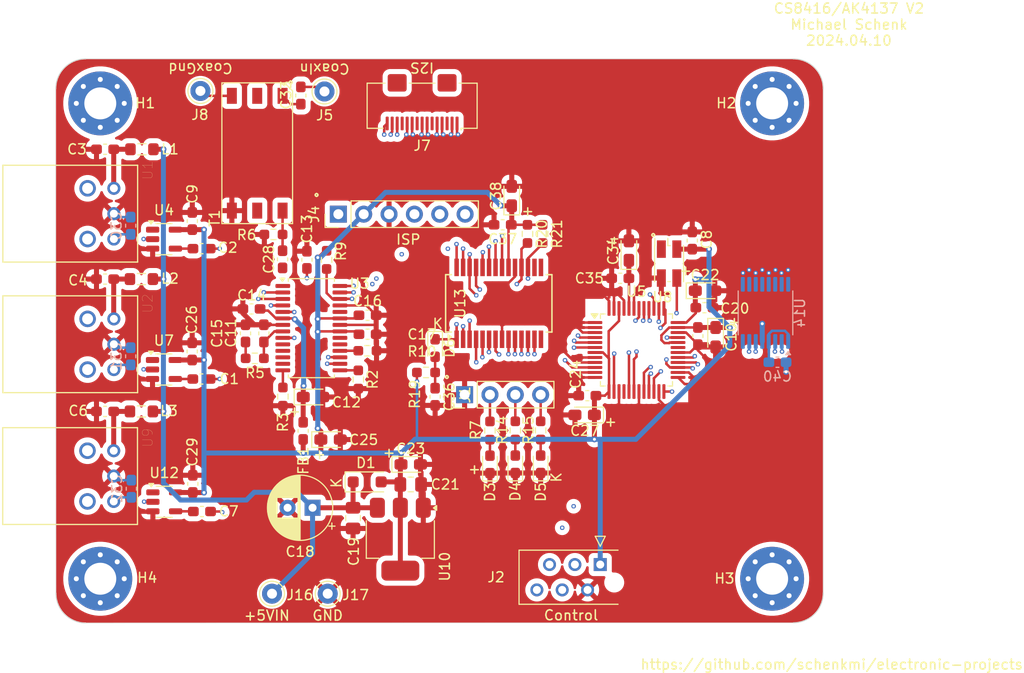
<source format=kicad_pcb>
(kicad_pcb (version 20241229) (generator "pcbnew") (generator_version "9.0")
  (layers (0 "F.Cu" mixed) (4 "In1.Cu" signal) (6 "In2.Cu" signal) (2 "B.Cu" mixed) (13 "F.Paste" user) (15 "B.Paste" user) (5 "F.SilkS" user "F.Silkscreen") (7 "B.SilkS" user "B.Silkscreen") (1 "F.Mask" user) (3 "B.Mask" user) (25 "Edge.Cuts" user))
  (net 0 "")
  (net 1 "Net-(U3-RXP1)")
  (net 2 "GND")
  (net 3 "SCL")
  (net 4 "SDA")
  (net 5 "Net-(U3-RXP0)")
  (net 6 "RESET")
  (net 7 "Net-(U1-VCC)")
  (net 8 "BCKA")
  (net 9 "LRCKA")
  (net 10 "SDOUTA")
  (net 11 "Net-(U5B-DV18)")
  (net 12 "Net-(U2-VCC)")
  (net 13 "Net-(U9-VCC)")
  (net 14 "Net-(U3-RXP2)")
  (net 15 "+5V")
  (net 16 "Net-(U3-FILT)")
  (net 17 "MCLKA")
  (net 18 "Net-(U3-VA)")
  (net 19 "Net-(U3-RXN)")
  (net 20 "Net-(C28-Pad1)")
  (net 21 "Net-(U3-RXP3)")
  (net 22 "Net-(C33-Pad2)")
  (net 23 "Net-(U1-VOUT)")
  (net 24 "Net-(C1-Pad1)")
  (net 25 "Net-(C2-Pad2)")
  (net 26 "Net-(C7-Pad1)")
  (net 27 "Net-(U2-VOUT)")
  (net 28 "Net-(U9-VOUT)")
  (net 29 "Net-(C15-Pad2)")
  (net 30 "Net-(J5-Pin_1)")
  (net 31 "Net-(D6-A)")
  (net 32 "+3.3V")
  (net 33 "Net-(D6-K)")
  (net 34 "Net-(D4-A)")
  (net 35 "Net-(D5-A)")
  (net 36 "RC0{slash}CHA")
  (net 37 "RC1{slash}CHB")
  (net 38 "RC2{slash}SW")
  (net 40 "ICSPDAT")
  (net 41 "ICSPCLK")
  (net 43 "Net-(J8-Pin_1)")
  (net 44 "Net-(U3-AD1{slash}CDIN{slash}~{AUDIO})")
  (net 45 "Net-(U3-AD0{slash}~{CS}{slash}NV{slash}RERR)")
  (net 46 "Net-(U3-SDOUT)")
  (net 47 "Net-(U3-U{slash}AD2{slash}GPO2)")
  (net 48 "Net-(U5A-TDMI{slash}OMCLK{slash}XTI)")
  (net 56 "Net-(U3-OSCLK)")
  (net 57 "Net-(U3-OLRCK)")
  (net 59 "DITHER")
  (net 61 "CM0")
  (net 62 "CM1")
  (net 63 "CM2")
  (net 64 "ODIF1")
  (net 65 "ODIF0")
  (net 66 "CM3")
  (net 69 "OBIT0")
  (net 70 "OBIT1")
  (net 71 "SRCEN")
  (net 72 "Net-(D3-A)")
  (net 75 "Net-(J1-Pin_2)")
  (net 76 "Net-(J1-Pin_3)")
  (net 77 "Net-(J1-Pin_4)")
  (net 81 "Net-(J7-Pin_4)")
  (net 82 "Net-(J7-Pin_1)")
  (net 83 "Net-(J7-Pin_2)")
  (net 84 "Net-(J7-Pin_10)")
  (net 85 "Net-(J7-Pin_7)")
  (net 86 "Net-(J7-Pin_5)")
  (net 87 "Net-(J7-Pin_8)")
  (net 88 "Net-(J7-Pin_11)")
  (footprint "Capacitor_SMD:C_0603_1608Metric_Pad1.08x0.95mm_HandSolder" (layer "F.Cu") (at 114.1487 66.1924)
    (property "Reference" "C3")
    (property "Value" "1uF")
  )
  (footprint "Capacitor_SMD:C_0603_1608Metric_Pad1.08x0.95mm_HandSolder" (layer "F.Cu") (at 114.1465 79.1972)
    (property "Reference" "C4")
    (property "Value" "1uF")
  )
  (footprint "kicad-snk:PLR135-T10_PLT133-T10W" (layer "F.Cu") (at 112.395 85.725 90)
    (property "Reference" "U2")
    (property "Value" "PLR237/T10BK")
  )
  (footprint "MountingHole:MountingHole_3.2mm_M3_Pad_Via" (layer "F.Cu") (at 113.665 61.595)
    (property "Reference" "H1")
    (property "Value" "MountingHole")
  )
  (footprint "Capacitor_Tantalum_SMD:CP_EIA-2012-12_Kemet-R_Pad1.30x1.05mm_HandSolder" (layer "F.Cu") (at 134.9756 91.012)
    (property "Reference" "C12")
    (property "Value" "10uF")
  )
  (footprint "Oscillator:Oscillator_SMD_EuroQuartz_XO32-4Pin_3.2x2.5mm_HandSoldering" (layer "F.Cu") (at 170.6502 77.6456 -90)
    (property "Reference" "U8")
    (property "Value" "24.576/49.152MHz")
  )
  (footprint "Capacitor_SMD:C_0603_1608Metric_Pad1.08x0.95mm_HandSolder" (layer "F.Cu") (at 172.974 75.3375 90)
    (property "Reference" "C8")
    (property "Value" "1uF")
  )
  (footprint "Capacitor_THT:CP_Radial_D6.3mm_P2.50mm" (layer "F.Cu") (at 134.9327 102.108 180)
    (property "Reference" "C18")
    (property "Value" "220uF/10V")
  )
  (footprint "Capacitor_SMD:C_0805_2012Metric_Pad1.18x1.45mm_HandSolder" (layer "F.Cu") (at 138.9888 103.1447 -90)
    (property "Reference" "C19")
    (property "Value" "10uF")
  )
  (footprint "Connector_Pin:Pin_D1.0mm_L10.0mm" (layer "F.Cu") (at 130.869685 110.7186)
    (property "Reference" "J16")
    (property "Value" "+5VIN")
  )
  (footprint "Capacitor_SMD:C_0805_2012Metric_Pad1.18x1.45mm_HandSolder" (layer "F.Cu") (at 144.7638 99.7712)
    (property "Reference" "C21")
    (property "Value" "1uF")
  )
  (footprint "Capacitor_Tantalum_SMD:CP_EIA-2012-12_Kemet-R_Pad1.30x1.05mm_HandSolder" (layer "F.Cu") (at 144.7677 97.7646)
    (property "Reference" "C23")
    (property "Value" "10uF")
  )
  (footprint "Capacitor_SMD:C_0603_1608Metric_Pad1.08x0.95mm_HandSolder" (layer "F.Cu") (at 123.8112 76.1492 180)
    (property "Reference" "C2")
    (property "Value" "10nF")
  )
  (footprint "kicad-snk:PLR135-T10_PLT133-T10W" (layer "F.Cu") (at 112.395 72.644 90)
    (property "Reference" "U1")
    (property "Value" "PLR237/T10BK")
  )
  (footprint "MountingHole:MountingHole_3.2mm_M3_Pad_Via" (layer "F.Cu") (at 180.975 109.22)
    (property "Reference" "H3")
    (property "Value" "MountingHole")
  )
  (footprint "MountingHole:MountingHole_3.2mm_M3_Pad_Via" (layer "F.Cu") (at 180.975 61.595)
    (property "Reference" "H2")
    (property "Value" "MountingHole")
  )
  (footprint "Capacitor_SMD:C_0603_1608Metric_Pad1.08x0.95mm_HandSolder" (layer "F.Cu") (at 128.811493 82.1855 180)
    (property "Reference" "C14")
    (property "Value" "1uF")
  )
  (footprint "Capacitor_SMD:C_0603_1608Metric_Pad1.08x0.95mm_HandSolder" (layer "F.Cu") (at 122.8852 73.3817 90)
    (property "Reference" "C9")
    (property "Value" "1uF")
  )
  (footprint "Capacitor_SMD:C_0603_1608Metric_Pad1.08x0.95mm_HandSolder" (layer "F.Cu") (at 122.8725 86.4423 90)
    (property "Reference" "C26")
    (property "Value" "1uF")
  )
  (footprint "LED_SMD:LED_0603_1608Metric_Pad1.05x0.95mm_HandSolder" (layer "F.Cu") (at 155.2448 97.7506 90)
    (property "Reference" "D4")
    (property "Value" "LED")
  )
  (footprint "LED_SMD:LED_0603_1608Metric_Pad1.05x0.95mm_HandSolder" (layer "F.Cu") (at 157.7848 97.7506 90)
    (property "Reference" "D5")
    (property "Value" "LED")
  )
  (footprint "Resistor_SMD:R_0603_1608Metric_Pad0.98x0.95mm_HandSolder" (layer "F.Cu") (at 155.2448 94.3591 -90)
    (property "Reference" "R14")
    (property "Value" "330R")
  )
  (footprint "Resistor_SMD:R_0603_1608Metric_Pad0.98x0.95mm_HandSolder" (layer "F.Cu") (at 157.7848 94.3591 -90)
    (property "Reference" "R15")
    (property "Value" "330R")
  )
  (footprint "Capacitor_SMD:C_0603_1608Metric_Pad1.08x0.95mm_HandSolder" (layer "F.Cu") (at 133.991993 94.404 -90)
    (property "Reference" "FB1")
    (property "Value" "1 kOhms@100 MHz")
  )
  (footprint "Inductor_SMD:L_0805_2012Metric_Pad1.05x1.20mm_HandSolder" (layer "F.Cu") (at 117.8376 66.1924)
    (property "Reference" "L1")
    (property "Value" "47uH")
  )
  (footprint "Inductor_SMD:L_0805_2012Metric_Pad1.05x1.20mm_HandSolder" (layer "F.Cu") (at 117.7868 79.1972)
    (property "Reference" "L2")
    (property "Value" "47uH")
  )
  (footprint "Package_TO_SOT_SMD:SOT-223-3_TabPin2" (layer "F.Cu") (at 143.7263 105.2572 -90)
    (property "Reference" "U10")
    (property "Value" "TLV1117-33")
  )
  (footprint "Capacitor_SMD:C_0603_1608Metric_Pad1.08x0.95mm_HandSolder" (layer "F.Cu") (at 131.9276 77.216 -90)
    (property "Reference" "C28")
    (property "Value" "10nF")
  )
  (footprint "Connector_Pin:Pin_D1.0mm_L10.0mm" (layer "F.Cu") (at 136.127327 60.4012)
    (property "Reference" "J5")
    (property "Value" "COAXIN")
  )
  (footprint "Connector_Pin:Pin_D1.0mm_L10.0mm" (layer "F.Cu") (at 123.698 60.3504)
    (property "Reference" "J8")
    (property "Value" "COAXGND")
  )
  (footprint "Resistor_SMD:R_0603_1608Metric_Pad0.98x0.95mm_HandSolder" (layer "F.Cu") (at 131.0151 74.7257)
    (property "Reference" "R6")
    (property "Value" "75R")
  )
  (footprint "Capacitor_SMD:C_0603_1608Metric_Pad1.08x0.95mm_HandSolder" (layer "F.Cu") (at 114.1465 92.456)
    (property "Reference" "C6")
    (property "Value" "1uF")
  )
  (footprint "Capacitor_SMD:C_0603_1608Metric_Pad1.08x0.95mm_HandSolder" (layer "F.Cu") (at 122.936 99.715099 90)
    (property "Reference" "C29")
    (property "Value" "1uF")
  )
  (footprint "Inductor_SMD:L_0805_2012Metric_Pad1.05x1.20mm_HandSolder" (layer "F.Cu") (at 117.7868 92.456)
    (property "Reference" "L3")
    (property "Value" "47uH")
  )
  (footprint "kicad-snk:PLR135-T10_PLT133-T10W" (layer "F.Cu") (at 112.3812 98.933 90)
    (property "Reference" "U9")
    (property "Value" "PLR237/T10BK")
  )
  (footprint "Connector_Pin:Pin_D1.0mm_L10.0mm" (layer "F.Cu") (at 136.450352 110.7186)
    (property "Reference" "J17")
    (property "Value" "GND")
  )
  (footprint "MountingHole:MountingHole_3.2mm_M3_Pad_Via" (layer "F.Cu") (at 113.665 109.22)
    (property "Reference" "H4")
    (property "Value" "MountingHole")
  )
  (footprint "kicad-snk:DA100J" (layer "F.Cu") (at 129.3876 66.5892 180)
    (property "Reference" "T1")
    (property "Value" "Murata_DA103")
  )
  (footprint "Capacitor_SMD:C_0603_1608Metric_Pad1.08x0.95mm_HandSolder" (layer "F.Cu") (at 133.7564 60.8065 -90)
    (property "Reference" "C33")
    (property "Value" "100nF")
  )
  (footprint "Capacitor_SMD:C_0603_1608Metric_Pad1.08x0.95mm_HandSolder" (layer "F.Cu") (at 123.7985 89.2098)
    (property "Reference" "C1")
    (property "Value" "10nF")
  )
  (footprint "Capacitor_SMD:C_0603_1608Metric_Pad1.08x0.95mm_HandSolder" (layer "F.Cu") (at 123.8493 102.482599)
    (property "Reference" "C7")
    (property "Value" "10nF")
  )
  (footprint "Capacitor_SMD:C_0603_1608Metric_Pad1.08x0.95mm_HandSolder" (layer "F.Cu") (at 130.054993 84.6355 -90)
    (property "Reference" "C11")
    (property "Value" "1nF/COG")
  )
  (footprint "Capacitor_SMD:C_0603_1608Metric_Pad1.08x0.95mm_HandSolder" (layer "F.Cu") (at 134.366 77.2679 90)
    (property "Reference" "C13")
    (property "Value" "10nF")
  )
  (footprint "Capacitor_SMD:C_0603_1608Metric_Pad1.08x0.95mm_HandSolder" (layer "F.Cu") (at 128.213493 84.6355 -90)
    (property "Reference" "C15")
    (property "Value" "22nF")
  )
  (footprint "Capacitor_SMD:C_0603_1608Metric_Pad1.08x0.95mm_HandSolder" (layer "F.Cu") (at 140.442493 82.8205)
    (property "Reference" "C16")
    (property "Value" "1uF")
  )
  (footprint "Capacitor_SMD:C_0603_1608Metric_Pad1.08x0.95mm_HandSolder" (layer "F.Cu") (at 140.442493 84.7255)
    (property "Reference" "C17")
    (property "Value" "1uF")
  )
  (footprint "Capacitor_Tantalum_SMD:CP_EIA-2012-12_Kemet-R_Pad1.30x1.05mm_HandSolder" (layer "F.Cu") (at 136.738 95.2754)
    (property "Reference" "C25")
    (property "Value" "10uF")
  )
  (footprint "Resistor_SMD:R_0603_1608Metric_Pad0.98x0.95mm_HandSolder" (layer "F.Cu") (at 139.516493 89.2575 -90)
    (property "Reference" "R2")
    (property "Value" "47k")
  )
  (footprint "Resistor_SMD:R_0603_1608Metric_Pad0.98x0.95mm_HandSolder" (layer "F.Cu") (at 131.959993 90.972 -90)
    (property "Reference" "R3")
    (property "Value" "47k")
  )
  (footprint "Resistor_SMD:R_0603_1608Metric_Pad0.98x0.95mm_HandSolder" (layer "F.Cu") (at 129.142493 87.1385)
    (property "Reference" "R5")
    (property "Value" "3k")
  )
  (footprint "Resistor_SMD:R_0603_1608Metric_Pad0.98x0.95mm_HandSolder" (layer "F.Cu") (at 136.341493 77.2725 90)
    (property "Reference" "R9")
    (property "Value" "47k")
  )
  (footprint "Resistor_SMD:R_0603_1608Metric_Pad0.98x0.95mm_HandSolder" (layer "F.Cu") (at 140.428993 86.3765 180)
    (property "Reference" "R10")
    (property "Value" "47k")
  )
  (footprint "Package_SO:TSSOP-28_4.4x9.7mm_P0.65mm" (layer "F.Cu") (at 134.812493 84.113)
    (property "Reference" "U3")
    (property "Value" "CS8416-xZZ")
  )
  (footprint "Package_TO_SOT_SMD:SOT-23-5" (layer "F.Cu") (at 120.0482 75.1967)
    (property "Reference" "U4")
    (property "Value" "74LVC1G17")
  )
  (footprint "Package_TO_SOT_SMD:SOT-23-5" (layer "F.Cu") (at 120.0355 88.2548)
    (property "Reference" "U7")
    (property "Value" "74LVC1G17")
  )
  (footprint "Package_TO_SOT_SMD:SOT-23-5" (layer "F.Cu") (at 120.071701 101.5136)
    (property "Reference" "U12")
    (property "Value" "74LVC1G17")
  )
  (footprint "Resistor_SMD:R_0603_1608Metric_Pad0.98x0.95mm_HandSolder" (layer "F.Cu") (at 157.988 74.6741 -90)
    (property "Reference" "R21")
    (property "Value" "1k3")
  )
  (footprint "Resistor_SMD:R_0603_1608Metric_Pad0.98x0.95mm_HandSolder" (layer "F.Cu") (at 152.7048 94.3731 -90)
    (property "Reference" "R7")
    (property "Value" "330R")
  )
  (footprint "Capacitor_SMD:C_0603_1608Metric_Pad1.08x0.95mm_HandSolder" (layer "F.Cu") (at 173.5328 84.9063 90)
    (property "Reference" "C5" (hide yes))
    (property "Value" "1uF")
  )
  (footprint "Diode_SMD:D_0603_1608Metric_Pad1.05x0.95mm_HandSolder" (layer "F.Cu") (at 147.211407 86.1035 -90)
    (property "Reference" "D6")
    (property "Value" "TS4148RCG")
  )
  (footprint "Capacitor_SMD:C_0603_1608Metric_Pad1.08x0.95mm_HandSolder" (layer "F.Cu") (at 162.4584 90.8764)
    (property "Reference" "C24")
    (property "Value" "1uF")
  )
  (footprint "Connector_PinHeader_2.54mm:PinHeader_1x06_P2.54mm_Vertical" (layer "F.Cu") (at 137.5156 72.6948 90)
    (property "Reference" "J4")
    (property "Value" "ISP")
  )
  (footprint "LED_SMD:LED_0603_1608Metric_Pad1.05x0.95mm_HandSolder" (layer "F.Cu") (at 152.7048 97.7646 90)
    (property "Reference" "D3")
    (property "Value" "LED")
  )
  (footprint "Package_SO:SSOP-28_5.3x10.2mm_P0.65mm" (layer "F.Cu") (at 153.5898 81.6288 90)
    (property "Reference" "U13")
    (property "Value" "PIC16F18056-I/SS")
  )
  (footprint "Capacitor_Tantalum_SMD:CP_EIA-2012-12_Kemet-R_Pad1.30x1.05mm_HandSolder" (layer "F.Cu") (at 154.8892 70.8816 90)
    (property "Reference" "C38")
    (property "Value" "10uF")
  )
  (footprint "Capacitor_SMD:C_0603_1608Metric_Pad1.08x0.95mm_HandSolder" (layer "F.Cu") (at 174.1921 82.0626 180)
    (property "Reference" "C20")
    (property "Value" "1uF")
  )
  (footprint "Capacitor_SMD:C_0603_1608Metric_Pad1.08x0.95mm_HandSolder" (layer "F.Cu") (at 153.9759 73.7578 180)
    (property "Reference" "C37")
    (property "Value" "1uF")
  )
  (footprint "Connector_TE-Connectivity:TE_Micro-MaTch_215079-6_2x03_P1.27mm_Vertical" (layer "F.Cu") (at 163.7538 107.7976 -90)
    (property "Reference" "J2")
    (property "Value" "TE MicroMatch")
  )
  (footprint "Resistor_SMD:R_0603_1608Metric_Pad0.98x0.95mm_HandSolder" (layer "F.Cu") (at 146.298907 88.5533)
    (property "Reference" "R19")
    (property "Value" "4.7k")
  )
  (footprint "Diode_SMD:D_SOD-123F" (layer "F.Cu") (at 140.4019 99.5172)
    (property "Reference" "D1")
    (property "Value" "SM4002PL-TP")
  )
  (footprint "Resistor_SMD:R_0603_1608Metric_Pad0.98x0.95mm_HandSolder" (layer "F.Cu") (at 156.464 74.6703 -90)
    (property "Reference" "R20")
    (property "Value" "1k3")
  )
  (footprint "Connector_FFC-FPC:Molex_502231-1500_1x15-1SH_P0.5mm_Vertical" (layer "F.Cu") (at 145.9084 62.5626 180)
    (property "Reference" "J7")
    (property "Value" "Conn_01x15")
  )
  (footprint "Capacitor_Tantalum_SMD:CP_EIA-2012-12_Kemet-R_Pad1.30x1.05mm_HandSolder" (layer "F.Cu") (at 174.2538 80.3656)
    (property "Reference" "C22")
    (property "Value" "10uF")
  )
  (footprint "Connector_PinHeader_2.54mm:PinHeader_1x04_P2.54mm_Vertical" (layer "F.Cu") (at 150.1648 90.7796 90)
    (property "Reference" "J1")
    (property "Value" "Debug1")
  )
  (footprint "Capacitor_SMD:C_0603_1608Metric_Pad1.08x0.95mm_HandSolder" (layer "F.Cu") (at 147.211407 90.9906 -90)
    (property "Reference" "C36")
    (property "Value" "10nF")
  )
  (footprint "Capacitor_Tantalum_SMD:CP_EIA-2012-12_Kemet-R_Pad1.30x1.05mm_HandSolder" (layer "F.Cu") (at 162.1946 92.8068 180)
    (property "Reference" "C27")
    (property "Value" "10uF")
  )
  (footprint "Capacitor_Tantalum_SMD:CP_EIA-2012-12_Kemet-R_Pad1.30x1.05mm_HandSolder" (layer "F.Cu") (at 175.3108 85.0236 -90)
    (property "Reference" "C10")
    (property "Value" "10uF")
  )
  (footprint "Capacitor_SMD:C_0603_1608Metric_Pad1.08x0.95mm_HandSolder" (layer "F.Cu") (at 165.7604 79.121)
    (property "Reference" "C35")
    (property "Value" "1uF")
  )
  (footprint "Package_QFP:LQFP-48_7x7mm_P0.5mm" (layer "F.Cu") (at 167.3829 86.3018)
    (property "Reference" "U5")
    (property "Value" "AK4137")
  )
  (footprint "Capacitor_Tantalum_SMD:CP_EIA-2012-12_Kemet-R_Pad1.30x1.05mm_HandSolder" (layer "F.Cu") (at 166.6229 76.3426 90)
    (property "Reference" "C34")
    (property "Value" "10uF")
  )
  (footprint "Capacitor_SMD:C_0603_1608Metric_Pad1.08x0.95mm_HandSolder" (layer "B.Cu") (at 116.713 73.8505 -90)
    (property "Reference" "C30")
    (property "Value" "30pF")
  )
  (footprint "Capacitor_SMD:C_0603_1608Metric_Pad1.08x0.95mm_HandSolder" (layer "B.Cu") (at 116.713 86.9315 -90)
    (property "Reference" "C31")
    (property "Value" "30pF")
  )
  (footprint "Capacitor_SMD:C_0603_1608Metric_Pad1.08x0.95mm_HandSolder" (layer "B.Cu") (at 116.7765 100.203 -90)
    (property "Reference" "C32")
    (property "Value" "30pF")
  )
  (footprint "Capacitor_SMD:C_0603_1608Metric_Pad1.08x0.95mm_HandSolder" (layer "B.Cu") (at 181.5095 87.5284)
    (property "Reference" "C40")
    (property "Value" "1uF")
  )
  (footprint "Package_SO:TSSOP-16_4.4x5mm_P0.65mm" (layer "B.Cu") (at 180.3094 82.5831 90)
    (property "Reference" "U14")
    (property "Value" "FIN1047")
  )
  (gr_line (start 109.22 110.65467) (end 109.204926 60.134926) (stroke (width 0.05)) (layer "Edge.Cuts"))
  (gr_line (start 112.204926 57.134926) (end 183.09548 57.13492) (stroke (width 0.05)) (layer "Edge.Cuts"))
  (gr_arc (start 109.204926 60.134926) (mid 110.0836 58.0136) (end 112.204926 57.134926) (stroke (width 0.1)) (layer "Edge.Cuts"))
  (gr_arc (start 183.09548 57.13492) (mid 185.216806 58.013594) (end 186.09548 60.13492) (stroke (width 0.1)) (layer "Edge.Cuts"))
  (gr_line (start 186.09548 60.13492) (end 186.09547 110.629274) (stroke (width 0.05)) (layer "Edge.Cuts"))
  (gr_arc (start 186.09547 110.629274) (mid 185.216796 112.7506) (end 183.09547 113.629274) (stroke (width 0.1)) (layer "Edge.Cuts"))
  (gr_arc (start 112.22 113.65467) (mid 110.098674 112.775996) (end 109.22 110.65467) (stroke (width 0.1)) (layer "Edge.Cuts"))
  (gr_line (start 183.09547 113.629274) (end 112.22 113.65467) (stroke (width 0.05)) (layer "Edge.Cuts"))
  (gr_text "Control" (at 160.8328 112.8776 0) (layer "F.SilkS") (effects (font (size 1 1))))
  (gr_text "CoaxGnd" (at 123.698 58.0644 180) (layer "F.SilkS") (effects (font (size 1 1))))
  (gr_text "°" (at 148.3868 89.408 0) (layer "F.SilkS") (effects (font (size 1 1))))
  (gr_text "https://github.com/schenkmi/electronic-projects" (at 186.944 117.8052 0) (layer "F.SilkS") (effects (font (size 1 1))))
  (gr_text "+" (at 151.1554 98.2218 0) (layer "F.SilkS") (effects (font (size 1 1))))
  (gr_text "GND" (at 136.4488 112.903 0) (layer "F.SilkS") (effects (font (size 1 1))))
  (gr_text "+" (at 156.4894 72.3646 0) (layer "F.SilkS") (effects (font (size 1 1))))
  (gr_text "+" (at 164.7952 93.472 0) (layer "F.SilkS") (effects (font (size 1 1))))
  (gr_text "+5VIN" (at 130.3528 112.903 0) (layer "F.SilkS") (effects (font (size 1 1))))
  (gr_text "CS8416/AK4137 V2\nMichael Schenk\n2024.04.10" (at 188.6712 53.6956 0) (layer "F.SilkS") (effects (font (size 1 1))))
  (gr_text "I2S" (at 145.8976 58.0136 180) (layer "F.SilkS") (effects (font (size 1 1))))
  (gr_text "+" (at 177.1904 83.4644 0) (layer "F.SilkS") (effects (font (size 1 1))))
  (gr_text "+" (at 135.636 96.7232 0) (layer "F.SilkS") (effects (font (size 1 1))))
  (gr_text "°" (at 132.7404 59.8932 0) (layer "F.SilkS") (effects (font (size 1 1))))
  (gr_text "K" (at 137.3124 99.6188 90) (layer "F.SilkS") (effects (font (size 1 1))))
  (gr_text "+" (at 172.3136 78.3336 0) (layer "F.SilkS") (effects (font (size 1 1))))
  (gr_text "K" (at 147.4724 83.6676 0) (layer "F.SilkS") (effects (font (size 1 1))))
  (gr_text "+" (at 133.1214 92.4306 0) (layer "F.SilkS") (effects (font (size 1 1))))
  (gr_text "+" (at 164.9476 75.4888 0) (layer "F.SilkS") (effects (font (size 1 1))))
  (gr_text "+" (at 142.5956 96.5708 0) (layer "F.SilkS") (effects (font (size 1 1))))
  (gr_text "ISP" (at 144.526 75.2348 0) (layer "F.SilkS") (effects (font (size 1 1))))
  (gr_text "°" (at 135.3312 71.1708 0) (layer "F.SilkS") (effects (font (size 1 1))))
  (gr_text "K" (at 159.3596 99.06 90) (layer "F.SilkS") (effects (font (size 1 1))))
  (gr_text "CoaxIn" (at 136.127327 58.1152 180) (layer "F.SilkS") (effects (font (size 1 1))))
  (gr_text "°" (at 169.0624 75.184 0) (layer "F.SilkS") (effects (font (size 1 1))))
  (segment (start 131.949993 81.188) (end 129.5081 81.188) (width 0.25) (layer "F.Cu") (net 1))
  (segment (start 125.6234 89.2098) (end 125.6284 89.2048) (width 0.25) (layer "F.Cu") (net 1))
  (segment (start 129.5081 81.188) (end 129.4985 81.1784) (width 0.25) (layer "F.Cu") (net 1))
  (segment (start 124.661 89.2098) (end 125.6234 89.2098) (width 0.25) (layer "F.Cu") (net 1))
  (via (at 125.6284 89.2048) (size 0.45) (drill 0.225) (layers "F.Cu" "B.Cu") (net 1))
  (via (at 129.4985 81.1784) (size 0.45) (drill 0.225) (layers "F.Cu" "B.Cu") (net 1))
  (segment (start 141.304993 83.826) (end 141.304993 84.7255) (width 0.25) (layer "F.Cu") (net 2))
  (segment (start 171.5454 84.5518) (end 172.348586 84.5518) (width 0.25) (layer "F.Cu") (net 2))
  (segment (start 167.1329 82.1393) (end 167.1329 80.7965) (width 0.25) (layer "F.Cu") (net 2))
  (segment (start 163.2204 83.5518) (end 161.4076 83.5518) (width 0.25) (layer "F.Cu") (net 2))
  (segment (start 128.213493 83.773) (end 130.054993 83.773) (width 0.5) (layer "F.Cu") (net 2))
  (segment (start 163.2204 84.5518) (end 161.9932 84.5518) (width 0.25) (layer "F.Cu") (net 2))
  (segment (start 155.2148 78.0288) (end 155.2148 78.93842) (width 0.25) (layer "F.Cu") (net 2))
  (segment (start 159.680218 86.0044) (end 159.6136 86.0044) (width 0.25) (layer "F.Cu") (net 2))
  (segment (start 159.748509 86.072691) (end 159.680218 86.0044) (width 0.25) (layer "F.Cu") (net 2))
  (segment (start 172.2064 89.7128) (end 173.482 89.7128) (width 0.25) (layer "F.Cu") (net 2))
  (segment (start 177.4492 82.0626) (end 177.4698 82.042) (width 0.5) (layer "F.Cu") (net 2))
  (segment (start 141.304993 82.8205) (end 141.304993 83.826) (width 0.25) (layer "F.Cu") (net 2))
  (segment (start 137.674993 81.838) (end 140.322493 81.838) (width 0.25) (layer "F.Cu") (net 2))
  (segment (start 165.235864 80.437) (end 165.1 80.437) (width 0.25) (layer "F.Cu") (net 2))
  (segment (start 171.5454 89.0518) (end 172.2064 89.7128) (width 0.25) (layer "F.Cu") (net 2))
  (segment (start 165.1 80.437) (end 165.1329 80.4699) (width 0.25) (layer "F.Cu") (net 2))
  (segment (start 173.5328 86.3346) (end 175.0568 87.8586) (width 0.25) (layer "F.Cu") (net 2))
  (segment (start 130.069993 83.788) (end 130.054993 83.773) (width 0.25) (layer "F.Cu") (net 2))
  (segment (start 163.2204 88.5518) (end 161.2826 88.5518) (width 0.25) (layer "F.Cu") (net 2))
  (segment (start 175.0546 82.0626) (end 177.4492 82.0626) (width 0.5) (layer "F.Cu") (net 2))
  (segment (start 167.6329 93.2109) (end 168.402 93.98) (width 0.25) (layer "F.Cu") (net 2))
  (segment (start 141.266993 83.788) (end 141.304993 83.826) (width 0.25) (layer "F.Cu") (net 2))
  (segment (start 161.227618 87.5518) (end 159.748509 86.072691) (width 0.25) (layer "F.Cu") (net 2))
  (segment (start 137.674993 83.788) (end 141.266993 83.788) (width 0.25) (layer "F.Cu") (net 2))
  (segment (start 163.2204 87.5518) (end 161.227618 87.5518) (width 0.25) (layer "F.Cu") (net 2))
  (segment (start 171.5454 88.5518) (end 172.6258 88.5518) (width 0.25) (layer "F.Cu") (net 2))
  (segment (start 163.2204 87.0518) (end 160.727618 87.0518) (width 0.25) (layer "F.Cu") (net 2))
  (segment (start 175.3108 85.9986) (end 173.7626 85.9986) (width 0.5) (layer "F.Cu") (net 2))
  (segment (start 160.7826 89.0518) (end 163.2204 89.0518) (width 0.25) (layer "F.Cu") (net 2))
  (segment (start 131.949993 83.788) (end 130.069993 83.788) (width 0.25) (layer "F.Cu") (net 2))
  (segment (start 165.6329 90.4643) (end 165.6329 94.0049) (width 0.25) (layer "F.Cu") (net 2))
  (segment (start 161.3488 84.0518) (end 161.3408 84.0438) (width 0.25) (layer "F.Cu") (net 2))
  (segment (start 160.727618 87.0518) (end 159.748509 86.072691) (width 0.25) (layer "F.Cu") (net 2))
  (segment (start 173.7626 85.9986) (end 173.5328 85.7688) (width 0.5) (layer "F.Cu") (net 2))
  (segment (start 163.2204 84.0518) (end 161.4932 84.0518) (width 0.25) (layer "F.Cu") (net 2))
  (segment (start 161.4932 84.0518) (end 161.3488 84.0518) (width 0.25) (layer "F.Cu") (net 2))
  (segment (start 167.1329 80.7965) (end 168.7068 79.2226) (width 0.25) (layer "F.Cu") (net 2))
  (segment (start 172.348586 84.5518) (end 173.5328 85.736014) (width 0.25) (layer "F.Cu") (net 2))
  (segment (start 153.9148 83.506) (end 153.0096 82.6008) (width 0.25) (layer "F.Cu") (net 2))
  (segment (start 171.5454 86.5518) (end 172.7498 86.5518) (width 0.25) (layer "F.Cu") (net 2))
  (segment (start 127.948993 82.6195) (end 129.102493 83.773) (width 0.5) (layer "F.Cu") (net 2))
  (segment (start 166.1329 82.1393) (end 166.1329 81.334036) (width 0.25) (layer "F.Cu") (net 2))
  (segment (start 173.5328 85.7688) (end 173.5328 86.3346) (width 0.25) (layer "F.Cu") (net 2))
  (segment (start 153.9148 85.2288) (end 153.9148 83.506) (width 0.25) (layer "F.Cu") (net 2))
  (segment (start 155.2148 78.93842) (end 153.53362 80.6196) (width 0.25) (layer "F.Cu") (net 2))
  (segment (start 167.6329 90.4643) (end 167.6329 93.2109) (width 0.25) (layer "F.Cu") (net 2))
  (segment (start 164.6329 81.3717) (end 163.4998 80.2386) (width 0.25) (layer "F.Cu") (net 2))
  (segment (start 165.1329 80.4699) (end 165.1329 82.1393) (width 0.25) (layer "F.Cu") (net 2))
  (segment (start 169.6329 91.2993) (end 170.5864 92.2528) (width 0.25) (layer "F.Cu") (net 2))
  (segment (start 127.948993 82.1855) (end 127.948993 82.6195) (width 0.5) (layer "F.Cu") (net 2))
  (segment (start 161.9932 84.5518) (end 161.4932 84.0518) (width 0.25) (layer "F.Cu") (net 2))
  (segment (start 172.6258 88.5518) (end 173.99 89.916) (width 0.25) (layer "F.Cu") (net 2))
  (segment (start 170.5864 92.2528) (end 170.8404 92.2528) (width 0.25) (layer "F.Cu") (net 2))
  (segment (start 172.7498 86.5518) (end 173.5328 85.7688) (width 0.25) (layer "F.Cu") (net 2))
  (segment (start 161.2826 88.5518) (end 160.7826 89.0518) (width 0.25) (layer "F.Cu") (net 2))
  (segment (start 166.1329 81.334036) (end 165.235864 80.437) (width 0.25) (layer "F.Cu") (net 2))
  (segment (start 173.5328 85.736014) (end 173.5328 85.7688) (width 0.25) (layer "F.Cu") (net 2))
  (segment (start 140.322493 81.838) (end 141.304993 82.8205) (width 0.25) (layer "F.Cu") (net 2))
  (segment (start 165.6329 94.0049) (end 165.9128 94.2848) (width 0.25) (layer "F.Cu") (net 2))
  (segment (start 164.6329 82.1393) (end 164.6329 81.3717) (width 0.25) (layer "F.Cu") (net 2))
  (segment (start 161.4076 83.5518) (end 161.3408 83.485) (width 0.25) (layer "F.Cu") (net 2))
  (segment (start 169.6329 90.4643) (end 169.6329 91.2993) (width 0.25) (layer "F.Cu") (net 2))
  (segment (start 153.53362 80.6196) (end 153.2128 80.6196) (width 0.25) (layer "F.Cu") (net 2))
  (via (at 182.372 88.4936) (size 0.6) (drill 0.3) (layers "F.Cu" "B.Cu") (net 2))
  (via (at 179.9844 83.6676) (size 0.6) (drill 0.3) (layers "F.Cu" "B.Cu") (net 2))
  (segment (start 182.372 87.5284) (end 182.372 88.4936) (width 0.5) (layer "B.Cu") (net 2))
  (segment (start 116.713 86.069) (end 115.369 86.069) (width 0.25) (layer "B.Cu") (net 2))
  (segment (start 116.713 72.988) (end 115.369 72.988) (width 0.25) (layer "B.Cu") (net 2))
  (segment (start 115.369 72.988) (end 115.025 72.644) (width 0.25) (layer "B.Cu") (net 2))
  (segment (start 115.4187 99.3405) (end 115.0112 98.933) (width 0.25) (layer "B.Cu") (net 2))
  (segment (start 116.7765 99.3405) (end 115.4187 99.3405) (width 0.25) (layer "B.Cu") (net 2))
  (segment (start 179.9844 85.4456) (end 179.9844 83.6676) (width 0.5) (layer "B.Cu") (net 2))
  (segment (start 115.369 86.069) (end 115.025 85.725) (width 0.25) (layer "B.Cu") (net 2))
  (segment (start 142.758397 64.589971) (end 142.758397 64.7192) (width 0.25) (layer "F.Cu") (net 3))
  (segment (start 156.5148 78.0288) (end 156.5148 77.11918) (width 0.25) (layer "F.Cu") (net 3))
  (segment (start 136.398 87.6808) (end 137.667793 87.6808) (width 0.25) (layer "F.Cu") (net 3))
  (segment (start 157.988 75.64598) (end 157.988 75.5866) (width 0.25) (layer "F.Cu") (net 3))
  (segment (start 156.5148 78.0288) (end 156.5148 79.1464) (width 0.25) (layer "F.Cu") (net 3))
  (segment (start 137.667793 87.6808) (end 137.674993 87.688) (width 0.25) (layer "F.Cu") (net 3))
  (segment (start 142.9084 63.6076) (end 142.9084 64.439968) (width 0.25) (layer "F.Cu") (net 3))
  (segment (start 167.1329 87.2315) (end 167.386 86.9784) (width 0.25) (layer "F.Cu") (net 3))
  (segment (start 142.9084 64.439968) (end 142.758397 64.589971) (width 0.25) (layer "F.Cu") (net 3))
  (segment (start 167.386 86.9784) (end 167.386 86.4616) (width 0.25) (layer "F.Cu") (net 3))
  (segment (start 156.5148 77.11918) (end 157.988 75.64598) (width 0.25) (layer "F.Cu") (net 3))
  (segment (start 167.1329 90.4643) (end 167.1329 87.2315) (width 0.25) (layer "F.Cu") (net 3))
  (via (at 141.3256 79.1459) (size 0.45) (drill 0.225) (layers "F.Cu" "B.Cu") (net 3))
  (via (at 167.386 86.4616) (size 0.45) (drill 0.225) (layers "F.Cu" "B.Cu") (net 3))
  (via (at 142.758397 64.7192) (size 0.45) (drill 0.225) (layers "F.Cu" "B.Cu") (net 3))
  (via (at 136.398 87.6808) (size 0.45) (drill 0.225) (layers "F.Cu" "B.Cu") (net 3))
  (via (at 156.5148 79.1464) (size 0.45) (drill 0.225) (layers "F.Cu" "B.Cu") (net 3))
  (segment (start 142.4084 63.6076) (end 142.108394 63.907606) (width 0.25) (layer "F.Cu") (net 4))
  (segment (start 156.464 75.5828) (end 155.8648 76.182) (width 0.25) (layer "F.Cu") (net 4))
  (segment (start 136.4996 87.0204) (end 137.657393 87.0204) (width 0.25) (layer "F.Cu") (net 4))
  (segment (start 155.8648 78.0288) (end 155.8648 79.2283) (width 0.25) (layer "F.Cu") (net 4))
  (segment (start 155.8648 76.182) (end 155.8648 78.0288) (width 0.25) (layer "F.Cu") (net 4))
  (segment (start 166.6329 86.5721) (end 166.6329 90.4643) (width 0.25) (layer "F.Cu") (net 4))
  (segment (start 155.8648 79.2283) (end 155.3972 79.6959) (width 0.25) (layer "F.Cu") (net 4))
  (segment (start 142.108394 63.907606) (end 142.108394 64.7192) (width 0.25) (layer "F.Cu") (net 4))
  (segment (start 137.657393 87.0204) (end 137.674993 87.038) (width 0.25) (layer "F.Cu") (net 4))
  (segment (start 166.624 86.5632) (end 166.6329 86.5721) (width 0.25) (layer "F.Cu") (net 4))
  (via (at 142.108394 64.7192) (size 0.45) (drill 0.225) (layers "F.Cu" "B.Cu") (net 4))
  (via (at 155.3972 79.6959) (size 0.45) (drill 0.225) (layers "F.Cu" "B.Cu") (net 4))
  (via (at 166.624 86.5632) (size 0.45) (drill 0.225) (layers "F.Cu" "B.Cu") (net 4))
  (via (at 140.9192 79.6964) (size 0.45) (drill 0.225) (layers "F.Cu" "B.Cu") (net 4))
  (via (at 136.4996 87.0204) (size 0.45) (drill 0.225) (layers "F.Cu" "B.Cu") (net 4))
  (segment (start 130.76 81.838) (end 130.7592 81.8388) (width 0.25) (layer "F.Cu") (net 5))
  (segment (start 131.949993 81.838) (end 130.76 81.838) (width 0.25) (layer "F.Cu") (net 5))
  (segment (start 124.6737 76.1492) (end 125.6284 76.1492) (width 0.25) (layer "F.Cu") (net 5))
  (via (at 130.7592 81.8388) (size 0.45) (drill 0.225) (layers "F.Cu" "B.Cu") (net 5))
  (via (at 125.6284 76.1492) (size 0.45) (drill 0.225) (layers "F.Cu" "B.Cu") (net 5))
  (segment (start 150.6648 78.0288) (end 150.6648 80.1544) (width 0.25) (layer "F.Cu") (net 6))
  (segment (start 165.1329 86.6827) (end 165.1329 90.4643) (width 0.25) (layer "F.Cu") (net 6))
  (segment (start 165.1508 86.6648) (end 165.1329 86.6827) (width 0.25) (layer "F.Cu") (net 6))
  (segment (start 150.6648 78.0288) (end 150.6648 76.716) (width 0.25) (layer "F.Cu") (net 6))
  (segment (start 143.4084 63.6076) (end 143.4084 64.7192) (width 0.25) (layer "F.Cu") (net 6))
  (segment (start 150.6648 76.716) (end 150.6728 76.708) (width 0.25) (layer "F.Cu") (net 6))
  (segment (start 150.6648 80.1544) (end 151.3332 80.8228) (width 0.25) (layer "F.Cu") (net 6))
  (segment (start 133.094 85.088) (end 133.096 85.09) (width 0.25) (layer "F.Cu") (net 6))
  (segment (start 131.949993 85.088) (end 133.094 85.088) (width 0.25) (layer "F.Cu") (net 6))
  (via (at 143.4084 64.7192) (size 0.45) (drill 0.225) (layers "F.Cu" "B.Cu") (net 6))
  (via (at 165.1508 86.6648) (size 0.45) (drill 0.225) (layers "F.Cu" "B.Cu") (net 6))
  (via (at 150.6728 76.708) (size 0.45) (drill 0.225) (layers "F.Cu" "B.Cu") (net 6))
  (via (at 143.8656 76.708) (size 0.45) (drill 0.225) (layers "F.Cu" "B.Cu") (net 6))
  (via (at 133.096 85.09) (size 0.45) (drill 0.225) (layers "F.Cu" "B.Cu") (net 6))
  (via (at 151.3332 80.8228) (size 0.45) (drill 0.225) (layers "F.Cu" "B.Cu") (net 6))
  (segment (start 115.0112 70.0902) (end 115.025 70.104) (width 0.5) (layer "F.Cu") (net 7))
  (segment (start 115.0112 66.1924) (end 116.6876 66.1924) (width 0.5) (layer "F.Cu") (net 7))
  (segment (start 115.0112 66.1924) (end 115.0112 70.0902) (width 0.5) (layer "F.Cu") (net 7))
  (segment (start 173.353 87.5518) (end 173.5328 87.7316) (width 0.25) (layer "F.Cu") (net 8))
  (segment (start 171.5454 87.5518) (end 173.353 87.5518) (width 0.25) (layer "F.Cu") (net 8))
  (via (at 181.2544 86.4616) (size 0.45) (drill 0.225) (layers "F.Cu" "B.Cu") (net 8))
  (via (at 173.5328 87.7316) (size 0.45) (drill 0.225) (layers "F.Cu" "B.Cu") (net 8))
  (segment (start 181.2544 85.4756) (end 181.2844 85.4456) (width 0.25) (layer "B.Cu") (net 8))
  (segment (start 181.2544 86.4616) (end 181.2544 85.4756) (width 0.25) (layer "B.Cu") (net 8))
  (segment (start 171.5454 87.0518) (end 173.095 87.0518) (width 0.25) (layer "F.Cu") (net 9))
  (segment (start 173.095 87.0518) (end 173.228 86.9188) (width 0.25) (layer "F.Cu") (net 9))
  (via (at 178.6636 86.4616) (size 0.45) (drill 0.225) (layers "F.Cu" "B.Cu") (net 9))
  (via (at 173.228 86.9188) (size 0.45) (drill 0.225) (layers "F.Cu" "B.Cu") (net 9))
  (segment (start 178.6636 86.4616) (end 178.6636 85.4664) (width 0.25) (layer "B.Cu") (net 9))
  (segment (start 178.6636 85.4664) (end 178.6844 85.4456) (width 0.25) (layer "B.Cu") (net 9))
  (segment (start 170.742214 88.0518) (end 170.3832 87.692786) (width 0.25) (layer "F.Cu") (net 10))
  (segment (start 172.922732 88.0518) (end 173.016838 88.145906) (width 0.25) (layer "F.Cu") (net 10))
  (segment (start 171.5454 88.0518) (end 170.742214 88.0518) (width 0.25) (layer "F.Cu") (net 10))
  (segment (start 171.5454 88.0518) (end 172.922732 88.0518) (width 0.25) (layer "F.Cu") (net 10))
  (segment (start 170.3832 87.692786) (end 170.3832 87.2563) (width 0.25) (layer "F.Cu") (net 10))
  (via (at 173.016838 88.145906) (size 0.45) (drill 0.225) (layers "F.Cu" "B.Cu") (net 10))
  (via (at 170.3832 87.2563) (size 0.45) (drill 0.225) (layers "F.Cu" "B.Cu") (net 10))
  (via (at 179.324 86.4616) (size 0.45) (drill 0.225) (layers "F.Cu" "B.Cu") (net 10))
  (segment (start 179.324 85.456) (end 179.3344 85.4456) (width 0.25) (layer "B.Cu") (net 10))
  (segment (start 179.324 86.4616) (end 179.324 85.456) (width 0.25) (layer "B.Cu") (net 10))
  (segment (start 166.6329 82.1393) (end 166.6329 79.131) (width 0.25) (layer "F.Cu") (net 11))
  (segment (start 166.6329 79.131) (end 166.6229 79.121) (width 0.25) (layer "F.Cu") (net 11))
  (segment (start 166.6229 77.3176) (end 166.6229 79.121) (width 0.5) (layer "F.Cu") (net 11))
  (segment (start 116.6368 79.1972) (end 115.009 79.1972) (width 0.5) (layer "F.Cu") (net 12))
  (segment (start 115.009 83.169) (end 115.025 83.185) (width 0.5) (layer "F.Cu") (net 12))
  (segment (start 115.009 79.1972) (end 115.009 83.169) (width 0.5) (layer "F.Cu") (net 12))
  (segment (start 115.009 96.3908) (end 115.0112 96.393) (width 0.5) (layer "F.Cu") (net 13))
  (segment (start 115.009 92.456) (end 115.009 96.3908) (width 0.5) (layer "F.Cu") (net 13))
  (segment (start 116.6368 92.456) (end 115.009 92.456) (width 0.5) (layer "F.Cu") (net 13))
  (segment (start 130.068 80.538) (end 130.048 80.518) (width 0.25) (layer "F.Cu") (net 14))
  (segment (start 124.7118 102.482599) (end 125.806499 102.482599) (width 0.25) (layer "F.Cu") (net 14))
  (segment (start 125.806499 102.482599) (end 125.8824 102.5585) (width 0.25) (layer "F.Cu") (net 14))
  (segment (start 131.949993 80.538) (end 130.068 80.538) (width 0.25) (layer "F.Cu") (net 14))
  (via (at 125.8824 102.5585) (size 0.45) (drill 0.225) (layers "F.Cu" "B.Cu") (net 14))
  (via (at 130.048 80.518) (size 0.45) (drill 0.225) (layers "F.Cu" "B.Cu") (net 14))
  (segment (start 138.988 102.108) (end 138.9888 102.1072) (width 0.5) (layer "F.Cu") (net 15))
  (segment (start 134.9327 102.108) (end 138.988 102.108) (width 0.5) (layer "F.Cu") (net 15))
  (segment (start 138.9888 99.5303) (end 139.0019 99.5172) (width 0.5) (layer "F.Cu") (net 15))
  (segment (start 118.9368 79.1972) (end 119.9896 79.1972) (width 0.5) (layer "F.Cu") (net 15))
  (segment (start 138.9888 102.1072) (end 138.9888 99.5303) (width 0.5) (layer "F.Cu") (net 15))
  (segment (start 118.9368 92.456) (end 119.9896 92.456) (width 0.5) (layer "F.Cu") (net 15))
  (segment (start 138.9888 102.1072) (end 141.4263 102.1072) (width 0.5) (layer "F.Cu") (net 15))
  (segment (start 118.9368 66.1924) (end 119.9896 66.1924) (width 0.5) (layer "F.Cu") (net 15))
  (via (at 119.9896 92.456) (size 0.6) (drill 0.3) (layers "F.Cu" "B.Cu") (net 15))
  (via (at 119.9896 66.1924) (size 0.6) (drill 0.3) (layers "F.Cu" "B.Cu") (net 15))
  (via (at 119.9896 79.1972) (size 0.6) (drill 0.3) (layers "F.Cu" "B.Cu") (net 15))
  (segment (start 119.9896 92.456) (end 119.9896 99.6188) (width 0.5) (layer "B.Cu") (net 15))
  (segment (start 134.9327 102.108) (end 134.9327 106.655585) (width 0.5) (layer "B.Cu") (net 15))
  (segment (start 134.9327 106.655585) (end 130.869685 110.7186) (width 0.5) (layer "B.Cu") (net 15))
  (segment (start 133.3833 100.5586) (end 129.08215 100.5586) (width 0.5) (layer "B.Cu") (net 15))
  (segment (start 119.9896 92.456) (end 119.9896 79.1972) (width 0.5) (layer "B.Cu") (net 15))
  (segment (start 134.9327 102.108) (end 133.3833 100.5586) (width 0.5) (layer "B.Cu") (net 15))
  (segment (start 119.9896 66.1924) (end 119.9896 79.1972) (width 0.5) (layer "B.Cu") (net 15))
  (segment (start 121.7048 101.334) (end 119.9896 99.6188) (width 0.5) (layer "B.Cu") (net 15))
  (segment (start 129.08215 100.5586) (end 128.306749 101.334) (width 0.5) (layer "B.Cu") (net 15))
  (segment (start 128.306749 101.334) (end 121.7048 101.334) (width 0.5) (layer "B.Cu") (net 15))
  (segment (start 131.114993 84.438) (end 130.054993 85.498) (width 0.25) (layer "F.Cu") (net 16))
  (segment (start 130.054993 87.1385) (end 130.054993 85.498) (width 0.25) (layer "F.Cu") (net 16))
  (segment (start 131.949993 84.438) (end 131.114993 84.438) (width 0.25) (layer "F.Cu") (net 16))
  (segment (start 170.9315 90.4643) (end 170.942 90.4748) (width 0.25) (layer "F.Cu") (net 17))
  (segment (start 170.1329 90.4643) (end 170.9315 90.4643) (width 0.25) (layer "F.Cu") (net 17))
  (via (at 181.9656 86.4616) (size 0.45) (drill 0.225) (layers "F.Cu" "B.Cu") (net 17))
  (via (at 170.942 90.4748) (size 0.45) (drill 0.225) (layers "F.Cu" "B.Cu") (net 17))
  (segment (start 181.9656 86.4616) (end 181.9656 85.4768) (width 0.25) (layer "B.Cu") (net 17))
  (segment (start 181.9656 85.4768) (end 181.9344 85.4456) (width 0.25) (layer "B.Cu") (net 17))
  (segment (start 130.477936 82.354501) (end 129.842994 82.354501) (width 0.25) (layer "F.Cu") (net 18))
  (segment (start 134.0006 91.012) (end 134.0006 89.9258) (width 0.5) (layer "F.Cu") (net 18))
  (segment (start 131.949993 83.138) (end 131.261435 83.138) (width 0.25) (layer "F.Cu") (net 18))
  (segment (start 131.261435 83.138) (end 130.477936 82.354501) (width 0.25) (layer "F.Cu") (net 18))
  (segment (start 133.991993 93.5415) (end 133.991993 91.020607) (width 0.5) (layer "F.Cu") (net 18))
  (segment (start 129.842994 82.354501) (end 129.673993 82.1855) (width 0.25) (layer "F.Cu") (net 18))
  (segment (start 134.0006 89.9258) (end 134.0358 89.8906) (width 0.5) (layer "F.Cu") (net 18))
  (segment (start 131.949993 83.138) (end 133.067538 83.138) (width 0.25) (layer "F.Cu") (net 18))
  (segment (start 133.067538 83.138) (end 133.151605 83.222067) (width 0.25) (layer "F.Cu") (net 18))
  (segment (start 133.991993 91.020607) (end 134.0006 91.012) (width 0.5) (layer "F.Cu") (net 18))
  (via (at 133.151605 83.222067) (size 0.6) (drill 0.3) (layers "F.Cu" "B.Cu") (net 18))
  (via (at 134.0358 89.8906) (size 0.6) (drill 0.3) (layers "F.Cu" "B.Cu") (net 18))
  (segment (start 134.0358 84.106262) (end 133.151605 83.222067) (width 0.5) (layer "B.Cu") (net 18))
  (segment (start 134.0358 89.8906) (end 134.0358 84.106262) (width 0.5) (layer "B.Cu") (net 18))
  (segment (start 134.366 79.0956) (end 134.366 78.1304) (width 0.25) (layer "F.Cu") (net 19))
  (segment (start 133.0848 82.488) (end 133.096 82.4992) (width 0.25) (layer "F.Cu") (net 19))
  (segment (start 131.949993 82.488) (end 133.0848 82.488) (width 0.25) (layer "F.Cu") (net 19))
  (via (at 134.366 79.0956) (size 0.45) (drill 0.225) (layers "F.Cu" "B.Cu") (net 19))
  (via (at 133.096 82.4992) (size 0.45) (drill 0.225) (layers "F.Cu" "B.Cu") (net 19))
  (segment (start 131.9276 74.7257) (end 131.9276 72.3392) (width 0.25) (layer "F.Cu") (net 20))
  (segment (start 131.9276 74.7257) (end 131.9276 76.3535) (width 0.25) (layer "F.Cu") (net 20))
  (segment (start 133.7564 61.669) (end 132.7574 61.669) (width 0.25) (layer "F.Cu") (net 22))
  (segment (start 132.7574 61.669) (end 131.9276 60.8392) (width 0.25) (layer "F.Cu") (net 22))
  (segment (start 118.9107 75.1967) (end 118.0211 75.1967) (width 0.25) (layer "F.Cu") (net 23))
  (segment (start 118.0211 75.1967) (end 118.0084 75.184) (width 0.25) (layer "F.Cu") (net 23))
  (via (at 118.0084 75.184) (size 0.45) (drill 0.225) (layers "F.Cu" "B.Cu") (net 23))
  (segment (start 116.713 74.713) (end 115.496 74.713) (width 0.25) (layer "B.Cu") (net 23))
  (segment (start 115.496 74.713) (end 115.025 75.184) (width 0.25) (layer "B.Cu") (net 23))
  (segment (start 121.173 89.2048) (end 122.931 89.2048) (width 0.25) (layer "F.Cu") (net 24))
  (segment (start 122.9462 76.1467) (end 122.9487 76.1492) (width 0.25) (layer "F.Cu") (net 25))
  (segment (start 121.1857 76.1467) (end 122.9462 76.1467) (width 0.25) (layer "F.Cu") (net 25))
  (segment (start 121.209201 102.4636) (end 122.967801 102.4636) (width 0.25) (layer "F.Cu") (net 26))
  (segment (start 118.0236 88.2548) (end 118.0084 88.2396) (width 0.25) (layer "F.Cu") (net 27))
  (segment (start 118.898 88.2548) (end 118.0236 88.2548) (width 0.25) (layer "F.Cu") (net 27))
  (via (at 118.0084 88.2396) (size 0.45) (drill 0.225) (layers "F.Cu" "B.Cu") (net 27))
  (segment (start 115.496 87.794) (end 115.025 88.265) (width 0.25) (layer "B.Cu") (net 27))
  (segment (start 116.713 87.794) (end 115.496 87.794) (width 0.25) (layer "B.Cu") (net 27))
  (segment (start 118.934201 101.5136) (end 118.0744 101.5136) (width 0.25) (layer "F.Cu") (net 28))
  (segment (start 118.0744 101.5136) (end 118.0592 101.4984) (width 0.25) (layer "F.Cu") (net 28))
  (via (at 118.0592 101.4984) (size 0.45) (drill 0.225) (layers "F.Cu" "B.Cu") (net 28))
  (segment (start 115.4187 101.0655) (end 115.0112 101.473) (width 0.25) (layer "B.Cu") (net 28))
  (segment (start 116.7765 101.0655) (end 115.4187 101.0655) (width 0.25) (layer "B.Cu") (net 28))
  (segment (start 128.229993 87.1385) (end 128.229993 85.5145) (width 0.25) (layer "F.Cu") (net 29))
  (segment (start 128.229993 85.5145) (end 128.213493 85.498) (width 0.25) (layer "F.Cu") (net 29))
  (segment (start 133.7564 59.944) (end 135.670127 59.944) (width 0.25) (layer "F.Cu") (net 30))
  (segment (start 135.670127 59.944) (end 136.127327 60.4012) (width 0.25) (layer "F.Cu") (net 30))
  (segment (start 147.211407 88.5533) (end 147.211407 86.9785) (width 0.25) (layer "F.Cu") (net 31))
  (segment (start 147.211407 90.1281) (end 147.211407 88.5533) (width 0.25) (layer "F.Cu") (net 31))
  (segment (start 122.8852 74.2442) (end 121.1882 74.2442) (width 0.5) (layer "F.Cu") (net 32))
  (segment (start 136.341493 76.36) (end 136.134493 76.36) (width 0.25) (layer "F.Cu") (net 32))
  (segment (start 143.4723 99.5172) (end 143.7263 99.7712) (width 0.5) (layer "F.Cu") (net 32))
  (segment (start 164.6008 84.4208) (end 165.6329 83.3887) (width 0.25) (layer "F.Cu") (net 32))
  (segment (start 122.8725 87.3048) (end 124.0486 87.3048) (width 0.5) (layer "F.Cu") (net 32))
  (segment (start 121.173 87.3048) (end 122.8725 87.3048) (width 0.5) (layer "F.Cu") (net 32))
  (segment (start 163.2204 86.5518) (end 164.023586 86.5518) (width 0.25) (layer "F.Cu") (net 32))
  (segment (start 175.3108 84.0486) (end 176.7078 84.0486) (width 0.5) (layer "F.Cu") (net 32))
  (segment (start 143.7263 102.1072) (end 143.7263 99.7712) (width 0.5) (layer "F.Cu") (net 32))
  (segment (start 124.0536 100.584) (end 122.942401 100.584) (width 0.5) (layer "F.Cu") (net 32))
  (segment (start 171.5534 84.0438) (end 171.5454 84.0518) (width 0.25) (layer "F.Cu") (net 32))
  (segment (start 122.8852 100.577599) (end 121.2232 100.577599) (width 0.5) (layer "F.Cu") (net 32))
  (segment (start 172.974 76.2) (end 171.4296 76.2) (width 0.5) (layer "F.Cu") (net 32))
  (segment (start 154.5648 78.0288) (end 154.5648 74.0314) (width 0.25) (layer "F.Cu") (net 32))
  (segment (start 135.763 95.2754) (end 135.763 96.6216) (width 0.5) (layer "F.Cu") (net 32))
  (segment (start 173.2788 80.3656) (end 173.2788 79.2226) (width 0.5) (layer "F.Cu") (net 32))
  (segment (start 133.991993 95.2665) (end 133.991993 96.603193) (width 0.5) (layer "F.Cu") (net 32))
  (segment (start 163.1696 95.25) (end 163.1696 92.8068) (width 0.5) (layer "F.Cu") (net 32))
  (segment (start 143.7263 99.7712) (end 143.7263 97.831) (width 0.5) (layer "F.Cu") (net 32))
  (segment (start 173.2788 82.0118) (end 173.3296 82.0626) (width 0.5) (layer "F.Cu") (net 32))
  (segment (start 173.5376 84.0486) (end 173.5328 84.0438) (width 0.5) (layer "F.Cu") (net 32))
  (segment (start 154.5648 74.0314) (end 154.8384 73.7578) (width 0.25) (layer "F.Cu") (net 32))
  (segment (start 164.6008 87.129014) (end 164.6008 84.4208) (width 0.25) (layer "F.Cu") (net 32))
  (segment (start 171.5454 84.0518) (end 170.662182 84.0518) (width 0.25) (layer "F.Cu") (net 32))
  (segment (start 133.991993 96.603193) (end 134.0104 96.6216) (width 0.5) (layer "F.Cu") (net 32))
  (segment (start 139.292493 84.438) (end 139.579993 84.7255) (width 0.25) (layer "F.Cu") (net 32))
  (segment (start 164.2208 90.8764) (end 164.6329 90.4643) (width 0.25) (layer "F.Cu") (net 32))
  (segment (start 169.884 84.829982) (end 169.884 85.302) (width 0.25) (layer "F.Cu") (net 32))
  (segment (start 170.1898 85.6078) (end 170.661818 85.6078) (width 0.25) (layer "F.Cu") (net 32))
  (segment (start 154.8892 71.8566) (end 153.797 71.8566) (width 0.5) (layer "F.Cu") (net 32))
  (segment (start 135.485993 84.438) (end 135.452493 84.4715) (width 0.25) (layer "F.Cu") (net 32))
  (segment (start 143.7927 97.7646) (end 143.7927 96.6437) (width 0.5) (layer "F.Cu") (net 32))
  (segment (start 170.662182 84.0518) (end 169.884 84.829982) (width 0.25) (layer "F.Cu") (net 32))
  (segment (start 137.674993 84.438) (end 135.485993 84.438) (width 0.25) (layer "F.Cu") (net 32))
  (segment (start 163.1696 91.0277) (end 163.3209 90.8764) (width 0.5) (layer "F.Cu") (net 32))
  (segment (start 122.8852 74.2442) (end 124.0536 74.2442) (width 0.5) (layer "F.Cu") (net 32))
  (segment (start 157.988 73.7616) (end 156.4678 73.7616) (width 0.25) (layer "F.Cu") (net 32))
  (segment (start 153.797 71.8566) (end 153.7716 71.8312) (width 0.5) (layer "F.Cu") (net 32))
  (segment (start 164.6329 87.161114) (end 164.6329 90.4643) (width 0.25) (layer "F.Cu") (net 32))
  (segment (start 136.134493 76.36) (end 135.452493 77.042) (width 0.25) (layer "F.Cu") (net 32))
  (segment (start 137.674993 83.138) (end 135.515993 83.138) (width 0.25) (layer "F.Cu") (net 32))
  (segment (start 124.0486 87.3048) (end 124.0536 87.2998) (width 0.5) (layer "F.Cu") (net 32))
  (segment (start 173.5328 84.0438) (end 171.5534 84.0438) (width 0.25) (layer "F.Cu") (net 32))
  (segment (start 164.023586 86.5518) (end 164.6329 87.161114) (width 0.25) (layer "F.Cu") (net 32))
  (segment (start 141.8019 99.5172) (end 143.4723 99.5172) (width 0.5) (layer "F.Cu") (net 32))
  (segment (start 121.1882 74.2442) (end 121.1857 74.2467) (width 0.5) (layer "F.Cu") (net 32))
  (segment (start 143.7263 97.831) (end 143.7927 97.7646) (width 0.5) (layer "F.Cu") (net 32))
  (segment (start 172.3786 83.5518) (end 173.3296 82.6008) (width 0.25) (layer "F.Cu") (net 32))
  (segment (start 171.4296 76.2) (end 171.4252 76.1956) (width 0.5) (layer "F.Cu") (net 32))
  (segment (start 176.7078 84.0486) (end 176.7332 84.074) (width 0.5) (layer "F.Cu") (net 32))
  (segment (start 175.3108 84.0486) (end 173.5376 84.0486) (width 0.5) (layer "F.Cu") (net 32))
  (segment (start 163.3209 90.8764) (end 164.2208 90.8764) (width 0.25) (layer "F.Cu") (net 32))
  (segment (start 170.717818 85.5518) (end 171.5454 85.5518) (width 0.25) (layer "F.Cu") (net 32))
  (segment (start 137.674993 83.138) (end 139.262493 83.138) (width 0.25) (layer "F.Cu") (net 32))
  (segment (start 135.763 94.4626) (end 135.452493 94.152093) (width 0.5) (layer "F.Cu") (net 32))
  (segment (start 170.661818 85.6078) (end 170.717818 85.5518) (width 0.25) (layer "F.Cu") (net 32))
  (segment (start 163.1696 92.8068) (end 163.1696 91.0277) (width 0.5) (layer "F.Cu") (net 32))
  (segment (start 171.5454 83.5518) (end 172.3786 83.5518) (width 0.25) (layer "F.Cu") (net 32))
  (segment (start 139.262493 83.138) (end 139.579993 82.8205) (width 0.25) (layer "F.Cu") (net 32))
  (segment (start 122.942401 100.584) (end 122.936 100.577599) (width 0.5) (layer "F.Cu") (net 32))
  (segment (start 145.386407 89.455607) (end 145.3896 89.4588) (width 0.25) (layer "F.Cu") (net 32))
  (segment (start 154.8892 73.707) (end 154.8384 73.7578) (width 0.5) (layer "F.Cu") (net 32))
  (segment (start 156.4678 73.7616) (end 156.464 73.7578) (width 0.25) (layer "F.Cu") (net 32))
  (segment (start 135.763 95.2754) (end 135.763 94.4626) (width 0.5) (layer "F.Cu") (net 32))
  (segment (start 143.7263 108.4072) (end 143.7263 102.1072) (width 0.5) (layer "F.Cu") (net 32))
  (segment (start 154.8892 71.8566) (end 154.8892 73.707) (width 0.5) (layer "F.Cu") (net 32))
  (segment (start 165.6329 83.3887) (end 165.6329 82.1393) (width 0.25) (layer "F.Cu") (net 32))
  (segment (start 135.515993 83.138) (end 135.452493 83.2015) (width 0.25) (layer "F.Cu") (net 32))
  (segment (start 137.674993 84.438) (end 139.292493 84.438) (width 0.25) (layer "F.Cu") (net 32))
  (segment (start 154.8384 73.7578) (end 156.464 73.7578) (width 0.25) (layer "F.Cu") (net 32))
  (segment (start 172.974 76.2) (end 174.6504 76.2) (width 0.5) (layer "F.Cu") (net 32))
  (segment (start 164.6329 87.161114) (end 164.6008 87.129014) (width 0.25) (layer "F.Cu") (net 32))
  (segment (start 145.386407 88.5533) (end 145.386407 89.455607) (width 0.25) (layer "F.Cu") (net 32))
  (segment (start 173.2788 80.3656) (end 173.2788 82.0118) (width 0.5) (layer "F.Cu") (net 32))
  (segment (start 143.7927 96.6437) (end 143.8148 96.6216) (width 0.5) (layer "F.Cu") (net 32))
  (segment (start 169.884 85.302) (end 170.1898 85.6078) (width 0.25) (layer "F.Cu") (net 32))
  (segment (start 173.3296 82.6008) (end 173.3296 82.0626) (width 0.25) (layer "F.Cu") (net 32))
  (via (at 135.452493 84.4715) (size 0.6) (drill 0.3) (layers "F.Cu" "B.Cu") (net 32))
  (via (at 173.2788 79.2226) (size 0.6) (drill 0.3) (layers "F.Cu" "B.Cu") (net 32))
  (via (at 124.0536 74.2442) (size 0.6) (drill 0.3) (layers "F.Cu" "B.Cu") (net 32))
  (via (at 143.8148 96.6216) (size 0.6) (drill 0.3) (layers "F.Cu" "B.Cu") (net 32))
  (via (at 174.6504 76.2) (size 0.6) (drill 0.3) (layers "F.Cu" "B.Cu") (net 32))
  (via (at 134.0104 96.6216) (size 0.6) (drill 0.3) (layers "F.Cu" "B.Cu") (net 32))
  (via (at 153.7716 71.8312) (size 0.6) (drill 0.3) (layers "F.Cu" "B.Cu") (net 32))
  (via (at 124.0536 100.584) (size 0.6) (drill 0.3) (layers "F.Cu" "B.Cu") (net 32))
  (via (at 135.763 96.6216) (size 0.6) (drill 0.3) (layers "F.Cu" "B.Cu") (net 32))
  (via (at 135.452493 83.2015) (size 0.6) (drill 0.3) (layers "F.Cu" "B.Cu") (net 32))
  (via (at 124.0536 87.2998) (size 0.6) (drill 0.3) (layers "F.Cu" "B.Cu") (net 32))
  (via (at 163.1696 95.25) (size 0.6) (drill 0.3) (layers "F.Cu" "B.Cu") (net 32))
  (via (at 145.3896 89.4588) (size 0.45) (drill 0.225) (layers "F.Cu" "B.Cu") (net 32))
  (via (at 176.7332 84.074) (size 0.6) (drill 0.3) (layers "F.Cu" "B.Cu") (net 32))
  (via (at 135.452493 94.152093) (size 0.6) (drill 0.3) (layers "F.Cu" "B.Cu") (net 32))
  (via (at 135.452493 77.042) (size 0.6) (drill 0.3) (layers "F.Cu" "B.Cu") (net 32))
  (segment (start 163.7538 107.7976) (end 163.7538 95.25) (width 0.5) (layer "B.Cu") (net 32))
  (segment (start 143.8148 96.6216) (end 135.763 96.6216) (width 0.5) (layer "B.Cu") (net 32))
  (segment (start 124.1806 96.6216) (end 124.0536 96.7486) (width 0.5) (layer "B.Cu") (net 32))
  (segment (start 124.0536 100.584) (end 124.0536 96.7486) (width 0.5) (layer "B.Cu") (net 32))
  (segment (start 145.3896 95.0468) (end 145.1864 95.25) (width 0.25) (layer "B.Cu") (net 32))
  (segment (start 145.3896 89.4588) (end 145.3896 95.0468) (width 0.25) (layer "B.Cu") (net 32))
  (segment (start 135.763 96.6216) (end 134.0104 96.6216) (width 0.5) (layer "B.Cu") (net 32))
  (segment (start 163.1696 95.25) (end 145.1864 95.25) (width 0.5) (layer "B.Cu") (net 32))
  (segment (start 174.6504 79.2226) (end 174.6504 76.2) (width 0.5) (layer "B.Cu") (net 32))
  (segment (start 134.0104 96.6216) (end 124.1806 96.6216) (width 0.5) (layer "B.Cu") (net 32))
  (segment (start 135.452493 77.042) (end 135.452493 83.2015) (width 0.5) (layer "B.Cu") (net 32))
  (segment (start 135.7084 77.042) (end 135.452493 77.042) (width 0.5) (layer "B.Cu") (net 32))
  (segment (start 152.4508 70.5104) (end 142.24 70.5104) (width 0.5) (layer "B.Cu") (net 32))
  (segment (start 176.7332 84.074) (end 174.6504 81.9912) (width 0.5) (layer "B.Cu") (net 32))
  (segment (start 135.452493 83.2015) (end 135.452493 84.4715) (width 0.5) (layer "B.Cu") (net 32))
  (segment (start 180.6344 85.4456) (end 180.6344 84.708101) (width 0.25) (layer "B.Cu") (net 32))
  (segment (start 173.2788 79.2226) (end 174.6504 79.2226) (width 0.5) (layer "B.Cu") (net 32))
  (segment (start 163.7538 95.25) (end 167.324595 95.25) (width 0.5) (layer "B.Cu") (net 32))
  (segment (start 180.647 85.4582) (end 180.6344 85.4456) (width 0.25) (layer "B.Cu") (net 32))
  (segment (start 124.0536 87.2998) (end 124.0536 74.2442) (width 0.5) (layer "B.Cu") (net 32))
  (segment (start 180.6344 84.708101) (end 180.960401 84.3821) (width 0.25) (layer "B.Cu") (net 32))
  (segment (start 180.960401 84.3821) (end 182.258399 84.3821) (width 0.25) (layer "B.Cu") (net 32))
  (segment (start 174.6504 81.9912) (end 174.6504 79.2226) (width 0.5) (layer "B.Cu") (net 32))
  (segment (start 135.452493 84.4715) (end 135.452493 94.152093) (width 0.5) (layer "B.Cu") (net 32))
  (segment (start 180.647 87.5284) (end 180.647 85.4582) (width 0.25) (layer "B.Cu") (net 32))
  (segment (start 182.258399 84.3821) (end 182.5844 84.708101) (width 0.25) (layer "B.Cu") (net 32))
  (segment (start 176.7332 85.841395) (end 167.324595 95.25) (width 0.5) (layer "B.Cu") (net 32))
  (segment (start 176.7332 84.074) (end 176.7332 85.841395) (width 0.5) (layer "B.Cu") (net 32))
  (segment (start 182.5844 84.708101) (end 182.5844 85.4456) (width 0.25) (layer "B.Cu") (net 32))
  (segment (start 163.1696 95.25) (end 163.7538 95.25) (width 0.5) (layer "B.Cu") (net 32))
  (segment (start 153.7716 71.8312) (end 152.4508 70.5104) (width 0.5) (layer "B.Cu") (net 32))
  (segment (start 142.24 70.5104) (end 140.0556 72.6948) (width 0.5) (layer "B.Cu") (net 32))
  (segment (start 140.0556 72.6948) (end 135.7084 77.042) (width 0.5) (layer "B.Cu") (net 32))
  (segment (start 145.1864 95.25) (end 143.8148 96.6216) (width 0.5) (layer "B.Cu") (net 32))
  (segment (start 124.0536 96.7486) (end 124.0536 87.2998) (width 0.5) (layer "B.Cu") (net 32))
  (segment (start 147.211407 85.2285) (end 149.3645 85.2285) (width 0.25) (layer "F.Cu") (net 33))
  (segment (start 149.3645 85.2285) (end 149.3648 85.2288) (width 0.25) (layer "F.Cu") (net 33))
  (segment (start 149.3648 83.7312) (end 149.352 83.7184) (width 0.25) (layer "F.Cu") (net 33))
  (segment (start 149.3648 85.2288) (end 149.3648 83.7312) (width 0.25) (layer "F.Cu") (net 33))
  (via (at 149.352 83.7184) (size 0.45) (drill 0.225) (layers "F.Cu" "B.Cu") (net 33))
  (via (at 148.4884 76.1585) (size 0.45) (drill 0.225) (layers "F.Cu" "B.Cu") (net 33))
  (segment (start 155.2448 95.2716) (end 155.2448 96.8756) (width 0.25) (layer "F.Cu") (net 34))
  (segment (start 157.7848 95.2716) (end 157.7848 96.8756) (width 0.25) (layer "F.Cu") (net 35))
  (segment (start 155.8648 85.2288) (end 155.8648 86.7052) (width 0.25) (layer "F.Cu") (net 36))
  (segment (start 155.8648 86.7052) (end 155.8544 86.7156) (width 0.25) (layer "F.Cu") (net 36))
  (via (at 155.8544 86.7156) (size 0.45) (drill 0.225) (layers "F.Cu" "B.Cu") (net 36))
  (segment (start 156.5148 85.2288) (end 156.5148 86.7156) (width 0.25) (layer "F.Cu") (net 37))
  (via (at 159.9438 104.1146) (size 0.45) (drill 0.225) (layers "F.Cu" "B.Cu") (net 37))
  (via (at 156.5148 86.7156) (size 0.45) (drill 0.225) (layers "F.Cu" "B.Cu") (net 37))
  (segment (start 157.1648 86.715103) (end 157.164303 86.7156) (width 0.25) (layer "F.Cu") (net 38))
  (segment (start 157.1648 85.2288) (end 157.1648 86.715103) (width 0.25) (layer "F.Cu") (net 38))
  (via (at 161.0868 101.9556) (size 0.45) (drill 0.225) (layers "F.Cu" "B.Cu") (net 38))
  (via (at 157.164303 86.7156) (size 0.45) (drill 0.225) (layers "F.Cu" "B.Cu") (net 38))
  (segment (start 149.3648 75.7048) (end 149.352 75.692) (width 0.25) (layer "F.Cu") (net 40))
  (segment (start 149.3648 78.0288) (end 149.3648 75.7048) (width 0.25) (layer "F.Cu") (net 40))
  (via (at 149.352 75.692) (size 0.45) (drill 0.225) (layers "F.Cu" "B.Cu") (net 40))
  (segment (start 150.0148 76.1516) (end 150.0124 76.1492) (width 0.25) (layer "F.Cu") (net 41))
  (segment (start 150.0148 78.0288) (end 150.0148 76.1516) (width 0.25) (layer "F.Cu") (net 41))
  (via (at 150.0124 76.1492) (size 0.45) (drill 0.225) (layers "F.Cu" "B.Cu") (net 41))
  (segment (start 126.8476 60.8392) (end 124.1868 60.8392) (width 0.25) (layer "F.Cu") (net 43))
  (segment (start 124.1868 60.8392) (end 123.698 60.3504) (width 0.25) (layer "F.Cu") (net 43))
  (segment (start 139.509493 88.338) (end 139.516493 88.345) (width 0.25) (layer "F.Cu") (net 44))
  (segment (start 137.674993 88.338) (end 139.509493 88.338) (width 0.25) (layer "F.Cu") (net 44))
  (segment (start 131.959993 90.0595) (end 131.959993 88.348) (width 0.25) (layer "F.Cu") (net 45))
  (segment (start 131.959993 88.348) (end 131.949993 88.338) (width 0.25) (layer "F.Cu") (net 45))
  (segment (start 137.684593 81.1784) (end 137.674993 81.188) (width 0.25) (layer "F.Cu") (net 46))
  (segment (start 138.8872 81.1784) (end 137.684593 81.1784) (width 0.25) (layer "F.Cu") (net 46))
  (segment (start 136.341493 80.592) (end 136.341493 78.185) (width 0.25) (layer "F.Cu") (net 46))
  (segment (start 137.674993 81.188) (end 136.937493 81.188) (width 0.25) (layer "F.Cu") (net 46))
  (segment (start 136.937493 81.188) (end 136.341493 80.592) (width 0.25) (layer "F.Cu") (net 46))
  (segment (start 161.141526 86.0518) (end 161.123817 86.069509) (width 0.25) (layer "F.Cu") (net 46))
  (segment (start 163.2204 86.0518) (end 161.141526 86.0518) (width 0.25) (layer "F.Cu") (net 46))
  (via (at 161.123817 86.069509) (size 0.45) (drill 0.225) (layers "F.Cu" "B.Cu") (net 46))
  (via (at 138.8872 81.1784) (size 0.45) (drill 0.225) (layers "F.Cu" "B.Cu") (net 46))
  (segment (start 137.686493 86.3765) (end 137.674993 86.388) (width 0.25) (layer "F.Cu") (net 47))
  (segment (start 139.516493 86.3765) (end 137.686493 86.3765) (width 0.25) (layer "F.Cu") (net 47))
  (segment (start 171.5454 85.0518) (end 170.44 85.0518) (width 0.25) (layer "F.Cu") (net 48))
  (segment (start 171.3992 82.6008) (end 171.4252 82.5748) (width 0.25) (layer "F.Cu") (net 48))
  (segment (start 170.44 85.0518) (end 170.434 85.0578) (width 0.25) (layer "F.Cu") (net 48))
  (segment (start 171.4252 82.5748) (end 171.4252 79.0956) (width 0.25) (layer "F.Cu") (net 48))
  (via (at 171.3992 82.6008) (size 0.45) (drill 0.225) (layers "F.Cu" "B.Cu") (net 48))
  (via (at 170.434 85.0578) (size 0.45) (drill 0.225) (layers "F.Cu" "B.Cu") (net 48))
  (segment (start 139.030497 80.538) (end 139.0396 80.528897) (width 0.25) (layer "F.Cu") (net 56))
  (segment (start 137.674993 80.538) (end 139.030497 80.538) (width 0.25) (layer "F.Cu") (net 56))
  (segment (start 163.2204 85.5518) (end 161.308012 85.5518) (width 0.25) (layer "F.Cu") (net 56))
  (segment (start 161.308012 85.5518) (end 161.137216 85.381004) (width 0.25) (layer "F.Cu") (net 56))
  (via (at 161.137216 85.381004) (size 0.45) (drill 0.225) (layers "F.Cu" "B.Cu") (net 56))
  (via (at 139.0396 80.528897) (size 0.45) (drill 0.225) (layers "F.Cu" "B.Cu") (net 56))
  (segment (start 139.030994 79.888) (end 139.0396 79.879394) (width 0.25) (layer "F.Cu") (net 57))
  (segment (start 161.716088 85.0518) (end 161.522144 84.857856) (width 0.25) (layer "F.Cu") (net 57))
  (segment (start 137.674993 79.888) (end 139.030994 79.888) (width 0.25) (layer "F.Cu") (net 57))
  (segment (start 163.2204 85.0518) (end 161.716088 85.0518) (width 0.25) (layer "F.Cu") (net 57))
  (via (at 161.522144 84.857856) (size 0.45) (drill 0.225) (layers "F.Cu" "B.Cu") (net 57))
  (via (at 139.0396 79.879394) (size 0.45) (drill 0.225) (layers "F.Cu" "B.Cu") (net 57))
  (segment (start 151.3148 78.0288) (end 151.3148 79.8714) (width 0.25) (layer "F.Cu") (net 59))
  (segment (start 169.1329 90.4643) (end 169.1329 89.1343) (width 0.25) (layer "F.Cu") (net 59))
  (segment (start 169.1329 89.1343) (end 169.8244 88.4428) (width 0.25) (layer "F.Cu") (net 59))
  (segment (start 151.3148 79.8714) (end 151.6888 80.2454) (width 0.25) (layer "F.Cu") (net 59))
  (via (at 169.8244 88.4428) (size 0.45) (drill 0.225) (layers "F.Cu" "B.Cu") (net 59))
  (via (at 151.6888 80.2454) (size 0.45) (drill 0.225) (layers "F.Cu" "B.Cu") (net 59))
  (segment (start 153.924 74.8558) (end 153.9148 74.865) (width 0.25) (layer "F.Cu") (net 61))
  (segment (start 153.9148 74.865) (end 153.9148 78.0288) (width 0.25) (layer "F.Cu") (net 61))
  (segment (start 169.1329 82.1393) (end 169.1329 81.1456) (width 0.25) (layer "F.Cu") (net 61))
  (segment (start 169.1329 81.1456) (end 168.7339 80.7466) (width 0.25) (layer "F.Cu") (net 61))
  (via (at 153.924 74.8558) (size 0.45) (drill 0.225) (layers "F.Cu" "B.Cu") (net 61))
  (via (at 168.7339 80.7466) (size 0.45) (drill 0.225) (layers "F.Cu" "B.Cu") (net 61))
  (segment (start 168.6329 82.1393) (end 168.6329 83.2889) (width 0.25) (layer "F.Cu") (net 62))
  (segment (start 153.2648 75.4065) (end 153.2648 78.0288) (width 0.25) (layer "F.Cu") (net 62))
  (segment (start 168.6329 83.2889) (end 168.7068 83.3628) (width 0.25) (layer "F.Cu") (net 62))
  (segment (start 153.2636 75.4053) (end 153.2648 75.4065) (width 0.25) (layer "F.Cu") (net 62))
  (via (at 153.2636 75.4053) (size 0.45) (drill 0.225) (layers "F.Cu" "B.Cu") (net 62))
  (via (at 168.7068 83.3628) (size 0.45) (drill 0.225) (layers "F.Cu" "B.Cu") (net 62))
  (segment (start 168.1329 83.288599) (end 168.053074 83.368425) (width 0.25) (layer "F.Cu") (net 63))
  (segment (start 152.6148 78.0288) (end 152.6148 75.9576) (width 0.25) (layer "F.Cu") (net 63))
  (segment (start 152.6148 75.9576) (end 152.6032 75.946) (width 0.25) (layer "F.Cu") (net 63))
  (segment (start 168.1329 82.1393) (end 168.1329 83.288599) (width 0.25) (layer "F.Cu") (net 63))
  (via (at 152.6032 75.946) (size 0.45) (drill 0.225) (layers "F.Cu" "B.Cu") (net 63))
  (via (at 168.053074 83.368425) (size 0.45) (drill 0.225) (layers "F.Cu" "B.Cu") (net 63))
  (segment (start 168.1329 88.57937) (end 168.697666 88.014604) (width 0.25) (layer "F.Cu") (net 64))
  (segment (start 168.1329 90.4643) (end 168.1329 88.57937) (width 0.25) (layer "F.Cu") (net 64))
  (segment (start 151.9648 86.9984) (end 151.9428 87.0204) (width 0.25) (layer "F.Cu") (net 64))
  (segment (start 151.9648 85.2288) (end 151.9648 86.9984) (width 0.25) (layer "F.Cu") (net 64))
  (segment (start 168.697666 88.014604) (end 168.80778 88.014604) (width 0.25) (layer "F.Cu") (net 64))
  (via (at 168.80778 88.014604) (size 0.45) (drill 0.225) (layers "F.Cu" "B.Cu") (net 64))
  (via (at 151.9428 87.0204) (size 0.45) (drill 0.225) (layers "F.Cu" "B.Cu") (net 64))
  (segment (start 168.6329 88.857188) (end 168.826244 88.663844) (width 0.25) (layer "F.Cu") (net 65))
  (segment (start 151.3148 87.51) (end 151.3332 87.5284) (width 0.25) (layer "F.Cu") (net 65))
  (segment (start 151.3148 85.2288) (end 151.3148 87.51) (width 0.25) (layer "F.Cu") (net 65))
  (segment (start 168.6329 90.4643) (end 168.6329 88.857188) (width 0.25) (layer "F.Cu") (net 65))
  (via (at 151.3332 87.5284) (size 0.45) (drill 0.225) (layers "F.Cu" "B.Cu") (net 65))
  (via (at 168.826244 88.663844) (size 0.45) (drill 0.225) (layers "F.Cu" "B.Cu") (net 65))
  (segment (start 167.6329 82.1393) (end 167.6329 83.0143) (width 0.25) (layer "F.Cu") (net 66))
  (segment (start 151.9648 76.5336) (end 151.9936 76.5048) (width 0.25) (layer "F.Cu") (net 66))
  (segment (start 151.9648 78.0288) (end 151.9648 76.5336) (width 0.25) (layer "F.Cu") (net 66))
  (segment (start 167.6329 83.0143) (end 167.2844 83.3628) (width 0.25) (layer "F.Cu") (net 66))
  (via (at 167.2844 83.3628) (size 0.45) (drill 0.225) (layers "F.Cu" "B.Cu") (net 66))
  (via (at 151.9936 76.5048) (size 0.45) (drill 0.225) (layers "F.Cu" "B.Cu") (net 66))
  (segment (start 170.2829 83.594384) (end 169.784155 84.093129) (width 0.25) (layer "F.Cu") (net 69))
  (segment (start 170.1329 82.1393) (end 170.2829 82.2893) (width 0.25) (layer "F.Cu") (net 69))
  (segment (start 170.2829 82.2893) (end 170.2829 83.594384) (width 0.25) (layer "F.Cu") (net 69))
  (segment (start 150.0148 83.924) (end 150.0124 83.9216) (width 0.25) (layer "F.Cu") (net 69))
  (segment (start 150.0148 85.2288) (end 150.0148 83.924) (width 0.25) (layer "F.Cu") (net 69))
  (via (at 150.0124 83.9216) (size 0.45) (drill 0.225) (layers "F.Cu" "B.Cu") (net 69))
  (via (at 169.784155 84.093129) (size 0.45) (drill 0.225) (layers "F.Cu" "B.Cu") (net 69))
  (segment (start 150.6648 83.3708) (end 150.6728 83.3628) (width 0.25) (layer "F.Cu") (net 70))
  (segment (start 169.6329 83.4527) (end 169.6212 83.4644) (width 0.25) (layer "F.Cu") (net 70))
  (segment (start 150.6648 85.2288) (end 150.6648 83.3708) (width 0.25) (layer "F.Cu") (net 70))
  (segment (start 169.6329 82.1393) (end 169.6329 83.4527) (width 0.25) (layer "F.Cu") (net 70))
  (via (at 169.6212 83.4644) (size 0.45) (drill 0.225) (layers "F.Cu" "B.Cu") (net 70))
  (via (at 150.6728 83.3628) (size 0.45) (drill 0.225) (layers "F.Cu" "B.Cu") (net 70))
  (segment (start 163.2204 88.0518) (end 160.9498 88.0518) (width 0.25) (layer "F.Cu") (net 71))
  (segment (start 152.6148 85.2288) (end 152.6148 86.5008) (width 0.25) (layer "F.Cu") (net 71))
  (segment (start 160.9498 88.0518) (end 160.2232 87.3252) (width 0.25) (layer "F.Cu") (net 71))
  (segment (start 152.6148 86.5008) (end 152.6032 86.5124) (width 0.25) (layer "F.Cu") (net 71))
  (via (at 152.6032 86.5124) (size 0.45) (drill 0.225) (layers "F.Cu" "B.Cu") (net 71))
  (via (at 160.2232 87.3252) (size 0.45) (drill 0.225) (layers "F.Cu" "B.Cu") (net 71))
  (segment (start 152.7048 95.2856) (end 152.7048 96.8896) (width 0.25) (layer "F.Cu") (net 72))
  (segment (start 152.7048 90.7796) (end 152.7048 93.4606) (width 0.25) (layer "F.Cu") (net 75))
  (segment (start 153.2648 85.2288) (end 153.2648 86.396182) (width 0.25) (layer "F.Cu") (net 75))
  (segment (start 153.2648 86.396182) (end 153.618809 86.750191) (width 0.25) (layer "F.Cu") (net 75))
  (via (at 153.618809 86.750191) (size 0.45) (drill 0.225) (layers "F.Cu" "B.Cu") (net 75))
  (segment (start 155.2148 85.2288) (end 155.2148 86.705197) (width 0.25) (layer "F.Cu") (net 76))
  (segment (start 155.2448 90.7796) (end 155.2448 93.4466) (width 0.25) (layer "F.Cu") (net 76))
  (segment (start 155.2148 86.705197) (end 155.204397 86.7156) (width 0.25) (layer "F.Cu") (net 76))
  (via (at 155.204397 86.7156) (size 0.45) (drill 0.225) (layers "F.Cu" "B.Cu") (net 76))
  (segment (start 157.7848 90.7796) (end 157.7848 93.4466) (width 0.25) (layer "F.Cu") (net 77))
  (segment (start 154.5648 85.2288) (end 154.5648 86.705194) (width 0.25) (layer "F.Cu") (net 77))
  (segment (start 154.5648 86.705194) (end 154.554394 86.7156) (width 0.25) (layer "F.Cu") (net 77))
  (via (at 154.554394 86.7156) (size 0.45) (drill 0.225) (layers "F.Cu" "B.Cu") (net 77))
  (segment (start 147.9084 63.6076) (end 147.9084 64.5964) (width 0.25) (layer "F.Cu") (net 81))
  (segment (start 147.9084 64.5964) (end 148.0312 64.7192) (width 0.25) (layer "F.Cu") (net 81))
  (via (at 148.0312 64.7192) (size 0.45) (drill 0.225) (layers "F.Cu" "B.Cu") (net 81))
  (via (at 181.3052 78.2828) (size 0.45) (drill 0.225) (layers "F.Cu" "B.Cu") (net 81))
  (segment (start 149.4084 63.6076) (end 149.4084 64.6232) (width 0.25) (layer "F.Cu") (net 82))
  (segment (start 149.4084 64.6232) (end 149.5044 64.7192) (width 0.25) (layer "F.Cu") (net 82))
  (via (at 149.5044 64.7192) (size 0.45) (drill 0.225) (layers "F.Cu" "B.Cu") (net 82))
  (via (at 182.5752 78.2828) (size 0.45) (drill 0.225) (layers "F.Cu" "B.Cu") (net 82))
  (segment (start 148.9084 63.6076) (end 148.9084 64.604) (width 0.25) (layer "F.Cu") (net 83))
  (segment (start 148.9084 64.604) (end 148.7932 64.7192) (width 0.25) (layer "F.Cu") (net 83))
  (via (at 148.7932 64.7192) (size 0.45) (drill 0.225) (layers "F.Cu" "B.Cu") (net 83))
  (via (at 181.9148 78.5876) (size 0.45) (drill 0.225) (layers "F.Cu" "B.Cu") (net 83))
  (segment (start 144.9084 64.6444) (end 144.9832 64.7192) (width 0.25) (layer "F.Cu") (net 84))
  (segment (start 144.9084 63.6076) (end 144.9084 64.6444) (width 0.25) (layer "F.Cu") (net 84))
  (via (at 178.6636 78.2828) (size 0.45) (drill 0.225) (layers "F.Cu" "B.Cu") (net 84))
  (via (at 144.9832 64.7192) (size 0.45) (drill 0.225) (layers "F.Cu" "B.Cu") (net 84))
  (segment (start 146.4084 64.6204) (end 146.5072 64.7192) (width 0.25) (layer "F.Cu") (net 85))
  (segment (start 146.4084 63.6076) (end 146.4084 64.6204) (width 0.25) (layer "F.Cu") (net 85))
  (via (at 179.9844 78.2828) (size 0.45) (drill 0.225) (layers "F.Cu" "B.Cu") (net 85))
  (via (at 146.5072 64.7192) (size 0.45) (drill 0.225) (layers "F.Cu" "B.Cu") (net 85))
  (segment (start 147.4084 64.6816) (end 147.3708 64.7192) (width 0.25) (layer "F.Cu") (net 86))
  (segment (start 147.4084 63.6076) (end 147.4084 64.6816) (width 0.25) (layer "F.Cu") (net 86))
  (via (at 147.3708 64.7192) (size 0.45) (drill 0.225) (layers "F.Cu" "B.Cu") (net 86))
  (via (at 180.6448 78.5876) (size 0.45) (drill 0.225) (layers "F.Cu" "B.Cu") (net 86))
  (segment (start 145.9084 63.6076) (end 145.9084 64.6576) (width 0.25) (layer "F.Cu") (net 87))
  (segment (start 145.9084 64.6576) (end 145.8468 64.7192) (width 0.25) (layer "F.Cu") (net 87))
  (via (at 145.8468 64.7192) (size 0.45) (drill 0.225) (layers "F.Cu" "B.Cu") (net 87))
  (via (at 179.324 78.5876) (size 0.45) (drill 0.225) (layers "F.Cu" "B.Cu") (net 87))
  (segment (start 144.4084 63.6076) (end 144.4084 64.6336) (width 0.25) (layer "F.Cu") (net 88))
  (segment (start 144.4084 64.6336) (end 144.3228 64.7192) (width 0.25) (layer "F.Cu") (net 88))
  (via (at 144.3228 64.7192) (size 0.45) (drill 0.225) (layers "F.Cu" "B.Cu") (net 88))
  (via (at 178.054 78.5876) (size 0.45) (drill 0.225) (layers "F.Cu" "B.Cu") (net 88))
  (zone (net 2) (net_name "GND") (layer "F.Cu") (connect_pads (clearance 0.508)) (min_thickness 0.254) (fill yes (thermal_gap 0.508) (thermal_bridge_width 0.508))
    (polygon (pts (xy 186.055 113.665) (xy 109.22 113.665) (xy 109.22 57.15) (xy 186.055 57.15)))
  )
  (zone (net 0) (net_name "") (layer "F.Cu") (connect_pads (clearance 0)) (min_thickness 0.25)
    (keepout (tracks allowed) (vias allowed) (pads allowed) (copperpour not_allowed) (footprints allowed))
    (fill (thermal_gap 0.5) (thermal_bridge_width 0.5))
    (polygon (pts (xy 172.5676 81.1784) (xy 172.5676 91.5416) (xy 162.2552 91.5416) (xy 162.2552 81.1784)))
  )
)
</source>
